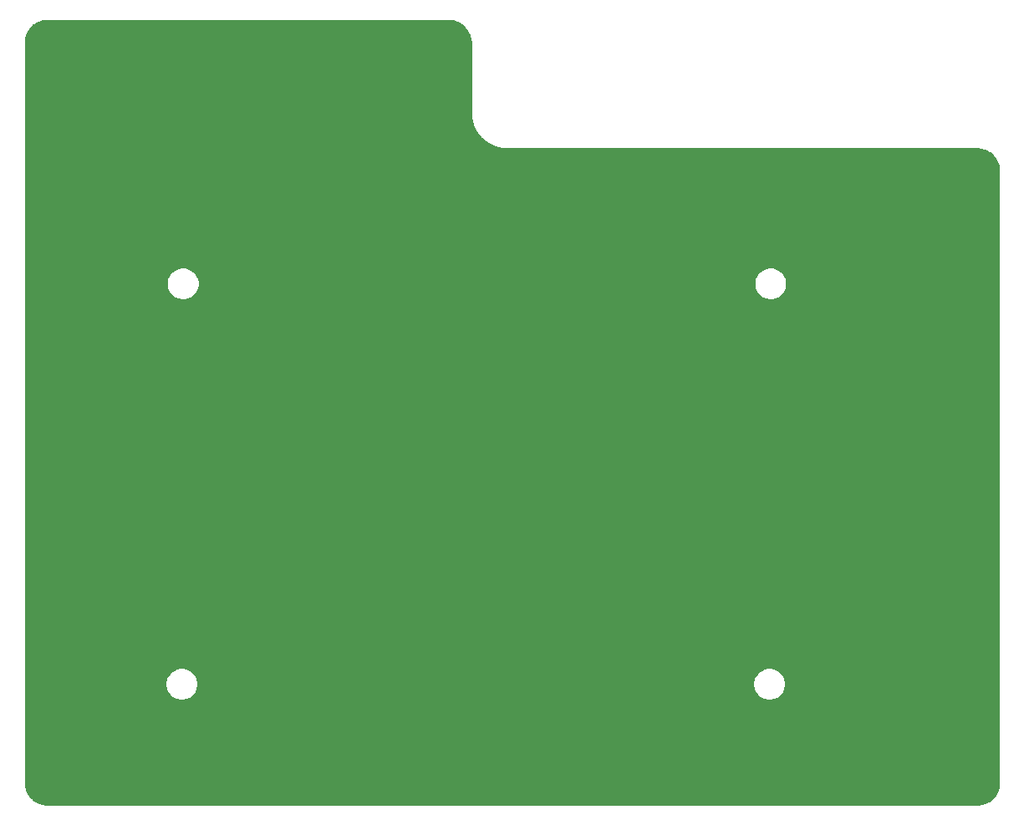
<source format=gtl>
G04 #@! TF.GenerationSoftware,KiCad,Pcbnew,(5.1.4-0-10_14)*
G04 #@! TF.CreationDate,2019-11-24T20:31:42+09:00*
G04 #@! TF.ProjectId,palette1202-OB-back,70616c65-7474-4653-9132-30322d4f422d,rev?*
G04 #@! TF.SameCoordinates,Original*
G04 #@! TF.FileFunction,Copper,L1,Top*
G04 #@! TF.FilePolarity,Positive*
%FSLAX46Y46*%
G04 Gerber Fmt 4.6, Leading zero omitted, Abs format (unit mm)*
G04 Created by KiCad (PCBNEW (5.1.4-0-10_14)) date 2019-11-24 20:31:42*
%MOMM*%
%LPD*%
G04 APERTURE LIST*
%ADD10C,0.254000*%
G04 APERTURE END LIST*
D10*
G36*
X130773681Y-44571973D02*
G01*
X130888078Y-44580484D01*
X131001487Y-44594573D01*
X131113735Y-44614159D01*
X131224639Y-44639168D01*
X131333984Y-44669514D01*
X131441627Y-44705131D01*
X131547339Y-44745931D01*
X131650936Y-44791835D01*
X131752229Y-44842766D01*
X131851008Y-44898633D01*
X131947126Y-44959384D01*
X132040341Y-45024905D01*
X132130506Y-45095149D01*
X132217404Y-45170016D01*
X132282829Y-45232279D01*
X132298746Y-45251674D01*
X132318134Y-45267586D01*
X132380384Y-45333001D01*
X132455260Y-45419916D01*
X132525497Y-45510081D01*
X132591009Y-45603290D01*
X132651751Y-45699403D01*
X132707626Y-45798201D01*
X132758555Y-45899501D01*
X132804464Y-46003119D01*
X132845261Y-46108835D01*
X132880877Y-46216484D01*
X132911227Y-46325854D01*
X132936238Y-46436778D01*
X132955821Y-46549017D01*
X132969910Y-46662448D01*
X132978421Y-46776840D01*
X132980658Y-46867130D01*
X132978200Y-46892088D01*
X132981486Y-46925449D01*
X132981485Y-53872289D01*
X132978200Y-53905642D01*
X132982312Y-53947388D01*
X132984974Y-54054834D01*
X132984572Y-54071640D01*
X132985799Y-54088132D01*
X132986209Y-54104681D01*
X132988272Y-54121379D01*
X132996817Y-54236228D01*
X132997243Y-54252993D01*
X132999291Y-54269481D01*
X133000522Y-54286026D01*
X133003396Y-54302529D01*
X133017516Y-54416200D01*
X133018760Y-54432851D01*
X133021623Y-54449258D01*
X133023677Y-54465797D01*
X133027352Y-54482095D01*
X133046945Y-54594396D01*
X133048999Y-54610929D01*
X133052671Y-54627214D01*
X133055542Y-54643670D01*
X133060002Y-54659729D01*
X133084983Y-54770519D01*
X133087835Y-54786888D01*
X133092311Y-54803019D01*
X133095995Y-54819357D01*
X133101223Y-54835135D01*
X133131503Y-54944258D01*
X133135148Y-54960456D01*
X133140415Y-54976376D01*
X133144897Y-54992527D01*
X133150881Y-55008007D01*
X133186388Y-55115324D01*
X133190814Y-55131310D01*
X133196862Y-55146982D01*
X133202131Y-55162907D01*
X133208852Y-55178051D01*
X133249512Y-55283411D01*
X133254711Y-55299159D01*
X133261519Y-55314525D01*
X133267559Y-55330176D01*
X133275006Y-55344966D01*
X133320759Y-55448231D01*
X133326718Y-55463701D01*
X133334260Y-55478703D01*
X133341059Y-55494048D01*
X133349225Y-55508470D01*
X133400005Y-55609474D01*
X133406716Y-55624644D01*
X133414966Y-55639233D01*
X133422502Y-55654222D01*
X133431378Y-55668253D01*
X133487124Y-55766829D01*
X133494585Y-55781685D01*
X133503528Y-55795835D01*
X133511767Y-55810405D01*
X133521328Y-55824002D01*
X133582001Y-55920008D01*
X133590199Y-55934512D01*
X133599805Y-55948179D01*
X133608728Y-55962299D01*
X133618966Y-55975442D01*
X133684515Y-56068707D01*
X133693442Y-56082832D01*
X133703677Y-56095971D01*
X133713253Y-56109596D01*
X133724154Y-56122258D01*
X133794543Y-56212618D01*
X133804179Y-56226320D01*
X133815011Y-56238895D01*
X133825221Y-56252001D01*
X133836771Y-56264154D01*
X133911932Y-56351403D01*
X133922279Y-56364669D01*
X133933692Y-56376663D01*
X133944487Y-56389194D01*
X133956653Y-56400793D01*
X134030743Y-56478653D01*
X134057368Y-56511096D01*
X134089794Y-56537707D01*
X134167644Y-56611796D01*
X134179239Y-56623959D01*
X134191766Y-56634751D01*
X134203761Y-56646167D01*
X134217028Y-56656516D01*
X134304285Y-56731693D01*
X134316427Y-56743233D01*
X134329518Y-56753432D01*
X134342105Y-56764276D01*
X134355820Y-56773923D01*
X134446166Y-56844308D01*
X134458821Y-56855204D01*
X134472441Y-56864778D01*
X134485588Y-56875020D01*
X134499718Y-56883951D01*
X134592955Y-56949489D01*
X134606114Y-56959740D01*
X134620247Y-56968673D01*
X134633895Y-56978266D01*
X134648384Y-56986457D01*
X134744407Y-57047147D01*
X134757998Y-57056705D01*
X134772561Y-57064942D01*
X134786719Y-57073890D01*
X134801582Y-57081355D01*
X134900140Y-57137098D01*
X134914175Y-57145977D01*
X134929167Y-57153515D01*
X134943750Y-57161763D01*
X134958916Y-57168473D01*
X135059913Y-57219255D01*
X135074348Y-57227430D01*
X135089700Y-57234233D01*
X135104685Y-57241767D01*
X135120150Y-57247725D01*
X135223420Y-57293484D01*
X135238213Y-57300933D01*
X135253869Y-57306976D01*
X135269228Y-57313781D01*
X135284970Y-57318979D01*
X135390326Y-57359641D01*
X135405474Y-57366365D01*
X135421405Y-57371636D01*
X135437069Y-57377682D01*
X135453050Y-57382108D01*
X135560376Y-57417621D01*
X135575846Y-57423601D01*
X135591985Y-57428080D01*
X135607915Y-57433351D01*
X135624124Y-57436999D01*
X135733236Y-57467280D01*
X135749018Y-57472509D01*
X135765347Y-57476191D01*
X135781475Y-57480667D01*
X135797853Y-57483521D01*
X135908648Y-57508505D01*
X135924690Y-57512961D01*
X135941129Y-57515830D01*
X135957437Y-57519507D01*
X135973982Y-57521562D01*
X136086269Y-57541156D01*
X136102566Y-57544831D01*
X136119090Y-57546884D01*
X136135499Y-57549747D01*
X136152163Y-57550992D01*
X136265813Y-57565110D01*
X136282331Y-57567987D01*
X136298892Y-57569219D01*
X136315361Y-57571265D01*
X136332114Y-57571691D01*
X136446966Y-57580236D01*
X136463666Y-57582300D01*
X136480221Y-57582710D01*
X136496709Y-57583937D01*
X136513508Y-57583535D01*
X136573187Y-57585014D01*
X136625189Y-57590136D01*
X136662704Y-57593831D01*
X136696056Y-57590546D01*
X184141962Y-57590546D01*
X184272515Y-57593614D01*
X184393095Y-57602133D01*
X184511694Y-57616136D01*
X184628129Y-57635457D01*
X184742301Y-57659943D01*
X184854102Y-57689444D01*
X184963395Y-57723808D01*
X185070039Y-57762883D01*
X185173917Y-57806524D01*
X185274831Y-57854556D01*
X185372661Y-57906830D01*
X185467272Y-57963199D01*
X185558485Y-58023480D01*
X185646158Y-58087511D01*
X185730139Y-58155122D01*
X185810300Y-58226153D01*
X185886470Y-58300408D01*
X185958544Y-58377744D01*
X186026374Y-58457972D01*
X186089829Y-58540916D01*
X186148805Y-58626426D01*
X186203194Y-58714355D01*
X186252891Y-58804554D01*
X186297795Y-58896886D01*
X186337805Y-58991222D01*
X186372842Y-59087484D01*
X186402811Y-59185601D01*
X186427602Y-59285467D01*
X186447115Y-59387057D01*
X186461233Y-59490361D01*
X186469818Y-59595331D01*
X186472063Y-59677908D01*
X186469685Y-59702052D01*
X186472971Y-59735415D01*
X186472970Y-121792245D01*
X186469685Y-121825598D01*
X186472063Y-121849742D01*
X186469818Y-121932320D01*
X186461233Y-122037288D01*
X186447116Y-122140589D01*
X186427601Y-122242190D01*
X186402812Y-122342045D01*
X186372845Y-122440156D01*
X186337807Y-122536424D01*
X186297792Y-122630768D01*
X186252891Y-122723096D01*
X186203194Y-122813295D01*
X186148805Y-122901224D01*
X186089829Y-122986734D01*
X186026374Y-123069678D01*
X185958544Y-123149906D01*
X185886474Y-123227237D01*
X185810300Y-123301496D01*
X185730141Y-123372525D01*
X185646160Y-123440136D01*
X185558481Y-123504172D01*
X185467280Y-123564446D01*
X185372661Y-123620820D01*
X185274831Y-123673094D01*
X185173917Y-123721126D01*
X185070039Y-123764767D01*
X184963395Y-123803842D01*
X184854110Y-123838203D01*
X184742306Y-123867705D01*
X184628120Y-123892194D01*
X184511695Y-123911514D01*
X184393095Y-123925517D01*
X184272515Y-123934036D01*
X184141962Y-123937104D01*
X90270017Y-123937104D01*
X90139465Y-123934036D01*
X90018888Y-123925517D01*
X89900287Y-123911514D01*
X89783869Y-123892195D01*
X89669683Y-123867706D01*
X89557873Y-123838203D01*
X89448584Y-123803839D01*
X89341937Y-123764764D01*
X89238088Y-123721135D01*
X89137156Y-123673094D01*
X89039327Y-123620820D01*
X88944714Y-123564450D01*
X88853505Y-123504171D01*
X88765823Y-123440132D01*
X88681834Y-123372515D01*
X88601690Y-123301498D01*
X88525504Y-123227227D01*
X88453443Y-123149906D01*
X88385613Y-123069678D01*
X88322159Y-122986737D01*
X88263182Y-122901224D01*
X88208794Y-122813297D01*
X88159099Y-122723104D01*
X88114194Y-122630768D01*
X88074179Y-122536423D01*
X88039135Y-122440139D01*
X88009179Y-122342063D01*
X87984385Y-122242189D01*
X87964870Y-122140591D01*
X87950753Y-122037292D01*
X87942168Y-121932316D01*
X87939922Y-121849738D01*
X87942300Y-121825598D01*
X87939015Y-121792245D01*
X87939015Y-111604242D01*
X102038400Y-111604242D01*
X102038400Y-111936158D01*
X102103154Y-112261696D01*
X102230172Y-112568347D01*
X102414575Y-112844325D01*
X102649275Y-113079025D01*
X102925253Y-113263428D01*
X103231904Y-113390446D01*
X103557442Y-113455200D01*
X103889358Y-113455200D01*
X104214896Y-113390446D01*
X104521547Y-113263428D01*
X104797525Y-113079025D01*
X105032225Y-112844325D01*
X105216628Y-112568347D01*
X105343646Y-112261696D01*
X105408400Y-111936158D01*
X105408400Y-111604242D01*
X161557000Y-111604242D01*
X161557000Y-111936158D01*
X161621754Y-112261696D01*
X161748772Y-112568347D01*
X161933175Y-112844325D01*
X162167875Y-113079025D01*
X162443853Y-113263428D01*
X162750504Y-113390446D01*
X163076042Y-113455200D01*
X163407958Y-113455200D01*
X163733496Y-113390446D01*
X164040147Y-113263428D01*
X164316125Y-113079025D01*
X164550825Y-112844325D01*
X164735228Y-112568347D01*
X164862246Y-112261696D01*
X164927000Y-111936158D01*
X164927000Y-111604242D01*
X164862246Y-111278704D01*
X164735228Y-110972053D01*
X164550825Y-110696075D01*
X164316125Y-110461375D01*
X164040147Y-110276972D01*
X163733496Y-110149954D01*
X163407958Y-110085200D01*
X163076042Y-110085200D01*
X162750504Y-110149954D01*
X162443853Y-110276972D01*
X162167875Y-110461375D01*
X161933175Y-110696075D01*
X161748772Y-110972053D01*
X161621754Y-111278704D01*
X161557000Y-111604242D01*
X105408400Y-111604242D01*
X105343646Y-111278704D01*
X105216628Y-110972053D01*
X105032225Y-110696075D01*
X104797525Y-110461375D01*
X104521547Y-110276972D01*
X104214896Y-110149954D01*
X103889358Y-110085200D01*
X103557442Y-110085200D01*
X103231904Y-110149954D01*
X102925253Y-110276972D01*
X102649275Y-110461375D01*
X102414575Y-110696075D01*
X102230172Y-110972053D01*
X102103154Y-111278704D01*
X102038400Y-111604242D01*
X87939015Y-111604242D01*
X87939015Y-71039642D01*
X102165400Y-71039642D01*
X102165400Y-71371558D01*
X102230154Y-71697096D01*
X102357172Y-72003747D01*
X102541575Y-72279725D01*
X102776275Y-72514425D01*
X103052253Y-72698828D01*
X103358904Y-72825846D01*
X103684442Y-72890600D01*
X104016358Y-72890600D01*
X104341896Y-72825846D01*
X104648547Y-72698828D01*
X104924525Y-72514425D01*
X105159225Y-72279725D01*
X105343628Y-72003747D01*
X105470646Y-71697096D01*
X105535400Y-71371558D01*
X105535400Y-71039642D01*
X161684000Y-71039642D01*
X161684000Y-71371558D01*
X161748754Y-71697096D01*
X161875772Y-72003747D01*
X162060175Y-72279725D01*
X162294875Y-72514425D01*
X162570853Y-72698828D01*
X162877504Y-72825846D01*
X163203042Y-72890600D01*
X163534958Y-72890600D01*
X163860496Y-72825846D01*
X164167147Y-72698828D01*
X164443125Y-72514425D01*
X164677825Y-72279725D01*
X164862228Y-72003747D01*
X164989246Y-71697096D01*
X165054000Y-71371558D01*
X165054000Y-71039642D01*
X164989246Y-70714104D01*
X164862228Y-70407453D01*
X164677825Y-70131475D01*
X164443125Y-69896775D01*
X164167147Y-69712372D01*
X163860496Y-69585354D01*
X163534958Y-69520600D01*
X163203042Y-69520600D01*
X162877504Y-69585354D01*
X162570853Y-69712372D01*
X162294875Y-69896775D01*
X162060175Y-70131475D01*
X161875772Y-70407453D01*
X161748754Y-70714104D01*
X161684000Y-71039642D01*
X105535400Y-71039642D01*
X105470646Y-70714104D01*
X105343628Y-70407453D01*
X105159225Y-70131475D01*
X104924525Y-69896775D01*
X104648547Y-69712372D01*
X104341896Y-69585354D01*
X104016358Y-69520600D01*
X103684442Y-69520600D01*
X103358904Y-69585354D01*
X103052253Y-69712372D01*
X102776275Y-69896775D01*
X102541575Y-70131475D01*
X102357172Y-70407453D01*
X102230154Y-70714104D01*
X102165400Y-71039642D01*
X87939015Y-71039642D01*
X87939015Y-46713768D01*
X87942300Y-46680415D01*
X87939922Y-46656275D01*
X87942168Y-46573696D01*
X87950753Y-46468720D01*
X87964871Y-46365417D01*
X87984384Y-46263824D01*
X88009176Y-46163960D01*
X88039141Y-46065854D01*
X88074180Y-45969586D01*
X88114194Y-45875243D01*
X88159099Y-45782907D01*
X88208794Y-45692714D01*
X88263182Y-45604787D01*
X88322153Y-45519284D01*
X88385615Y-45436331D01*
X88453450Y-45356097D01*
X88525504Y-45278784D01*
X88601690Y-45204513D01*
X88681834Y-45133496D01*
X88765823Y-45065880D01*
X88853512Y-45001835D01*
X88944716Y-44941561D01*
X89039327Y-44885192D01*
X89137156Y-44832918D01*
X89238088Y-44784877D01*
X89341937Y-44741248D01*
X89448580Y-44702174D01*
X89557885Y-44667806D01*
X89669677Y-44638307D01*
X89783860Y-44613819D01*
X89900288Y-44594499D01*
X90018888Y-44580496D01*
X90139465Y-44571977D01*
X90270017Y-44568909D01*
X130650039Y-44568909D01*
X130773681Y-44571973D01*
X130773681Y-44571973D01*
G37*
X130773681Y-44571973D02*
X130888078Y-44580484D01*
X131001487Y-44594573D01*
X131113735Y-44614159D01*
X131224639Y-44639168D01*
X131333984Y-44669514D01*
X131441627Y-44705131D01*
X131547339Y-44745931D01*
X131650936Y-44791835D01*
X131752229Y-44842766D01*
X131851008Y-44898633D01*
X131947126Y-44959384D01*
X132040341Y-45024905D01*
X132130506Y-45095149D01*
X132217404Y-45170016D01*
X132282829Y-45232279D01*
X132298746Y-45251674D01*
X132318134Y-45267586D01*
X132380384Y-45333001D01*
X132455260Y-45419916D01*
X132525497Y-45510081D01*
X132591009Y-45603290D01*
X132651751Y-45699403D01*
X132707626Y-45798201D01*
X132758555Y-45899501D01*
X132804464Y-46003119D01*
X132845261Y-46108835D01*
X132880877Y-46216484D01*
X132911227Y-46325854D01*
X132936238Y-46436778D01*
X132955821Y-46549017D01*
X132969910Y-46662448D01*
X132978421Y-46776840D01*
X132980658Y-46867130D01*
X132978200Y-46892088D01*
X132981486Y-46925449D01*
X132981485Y-53872289D01*
X132978200Y-53905642D01*
X132982312Y-53947388D01*
X132984974Y-54054834D01*
X132984572Y-54071640D01*
X132985799Y-54088132D01*
X132986209Y-54104681D01*
X132988272Y-54121379D01*
X132996817Y-54236228D01*
X132997243Y-54252993D01*
X132999291Y-54269481D01*
X133000522Y-54286026D01*
X133003396Y-54302529D01*
X133017516Y-54416200D01*
X133018760Y-54432851D01*
X133021623Y-54449258D01*
X133023677Y-54465797D01*
X133027352Y-54482095D01*
X133046945Y-54594396D01*
X133048999Y-54610929D01*
X133052671Y-54627214D01*
X133055542Y-54643670D01*
X133060002Y-54659729D01*
X133084983Y-54770519D01*
X133087835Y-54786888D01*
X133092311Y-54803019D01*
X133095995Y-54819357D01*
X133101223Y-54835135D01*
X133131503Y-54944258D01*
X133135148Y-54960456D01*
X133140415Y-54976376D01*
X133144897Y-54992527D01*
X133150881Y-55008007D01*
X133186388Y-55115324D01*
X133190814Y-55131310D01*
X133196862Y-55146982D01*
X133202131Y-55162907D01*
X133208852Y-55178051D01*
X133249512Y-55283411D01*
X133254711Y-55299159D01*
X133261519Y-55314525D01*
X133267559Y-55330176D01*
X133275006Y-55344966D01*
X133320759Y-55448231D01*
X133326718Y-55463701D01*
X133334260Y-55478703D01*
X133341059Y-55494048D01*
X133349225Y-55508470D01*
X133400005Y-55609474D01*
X133406716Y-55624644D01*
X133414966Y-55639233D01*
X133422502Y-55654222D01*
X133431378Y-55668253D01*
X133487124Y-55766829D01*
X133494585Y-55781685D01*
X133503528Y-55795835D01*
X133511767Y-55810405D01*
X133521328Y-55824002D01*
X133582001Y-55920008D01*
X133590199Y-55934512D01*
X133599805Y-55948179D01*
X133608728Y-55962299D01*
X133618966Y-55975442D01*
X133684515Y-56068707D01*
X133693442Y-56082832D01*
X133703677Y-56095971D01*
X133713253Y-56109596D01*
X133724154Y-56122258D01*
X133794543Y-56212618D01*
X133804179Y-56226320D01*
X133815011Y-56238895D01*
X133825221Y-56252001D01*
X133836771Y-56264154D01*
X133911932Y-56351403D01*
X133922279Y-56364669D01*
X133933692Y-56376663D01*
X133944487Y-56389194D01*
X133956653Y-56400793D01*
X134030743Y-56478653D01*
X134057368Y-56511096D01*
X134089794Y-56537707D01*
X134167644Y-56611796D01*
X134179239Y-56623959D01*
X134191766Y-56634751D01*
X134203761Y-56646167D01*
X134217028Y-56656516D01*
X134304285Y-56731693D01*
X134316427Y-56743233D01*
X134329518Y-56753432D01*
X134342105Y-56764276D01*
X134355820Y-56773923D01*
X134446166Y-56844308D01*
X134458821Y-56855204D01*
X134472441Y-56864778D01*
X134485588Y-56875020D01*
X134499718Y-56883951D01*
X134592955Y-56949489D01*
X134606114Y-56959740D01*
X134620247Y-56968673D01*
X134633895Y-56978266D01*
X134648384Y-56986457D01*
X134744407Y-57047147D01*
X134757998Y-57056705D01*
X134772561Y-57064942D01*
X134786719Y-57073890D01*
X134801582Y-57081355D01*
X134900140Y-57137098D01*
X134914175Y-57145977D01*
X134929167Y-57153515D01*
X134943750Y-57161763D01*
X134958916Y-57168473D01*
X135059913Y-57219255D01*
X135074348Y-57227430D01*
X135089700Y-57234233D01*
X135104685Y-57241767D01*
X135120150Y-57247725D01*
X135223420Y-57293484D01*
X135238213Y-57300933D01*
X135253869Y-57306976D01*
X135269228Y-57313781D01*
X135284970Y-57318979D01*
X135390326Y-57359641D01*
X135405474Y-57366365D01*
X135421405Y-57371636D01*
X135437069Y-57377682D01*
X135453050Y-57382108D01*
X135560376Y-57417621D01*
X135575846Y-57423601D01*
X135591985Y-57428080D01*
X135607915Y-57433351D01*
X135624124Y-57436999D01*
X135733236Y-57467280D01*
X135749018Y-57472509D01*
X135765347Y-57476191D01*
X135781475Y-57480667D01*
X135797853Y-57483521D01*
X135908648Y-57508505D01*
X135924690Y-57512961D01*
X135941129Y-57515830D01*
X135957437Y-57519507D01*
X135973982Y-57521562D01*
X136086269Y-57541156D01*
X136102566Y-57544831D01*
X136119090Y-57546884D01*
X136135499Y-57549747D01*
X136152163Y-57550992D01*
X136265813Y-57565110D01*
X136282331Y-57567987D01*
X136298892Y-57569219D01*
X136315361Y-57571265D01*
X136332114Y-57571691D01*
X136446966Y-57580236D01*
X136463666Y-57582300D01*
X136480221Y-57582710D01*
X136496709Y-57583937D01*
X136513508Y-57583535D01*
X136573187Y-57585014D01*
X136625189Y-57590136D01*
X136662704Y-57593831D01*
X136696056Y-57590546D01*
X184141962Y-57590546D01*
X184272515Y-57593614D01*
X184393095Y-57602133D01*
X184511694Y-57616136D01*
X184628129Y-57635457D01*
X184742301Y-57659943D01*
X184854102Y-57689444D01*
X184963395Y-57723808D01*
X185070039Y-57762883D01*
X185173917Y-57806524D01*
X185274831Y-57854556D01*
X185372661Y-57906830D01*
X185467272Y-57963199D01*
X185558485Y-58023480D01*
X185646158Y-58087511D01*
X185730139Y-58155122D01*
X185810300Y-58226153D01*
X185886470Y-58300408D01*
X185958544Y-58377744D01*
X186026374Y-58457972D01*
X186089829Y-58540916D01*
X186148805Y-58626426D01*
X186203194Y-58714355D01*
X186252891Y-58804554D01*
X186297795Y-58896886D01*
X186337805Y-58991222D01*
X186372842Y-59087484D01*
X186402811Y-59185601D01*
X186427602Y-59285467D01*
X186447115Y-59387057D01*
X186461233Y-59490361D01*
X186469818Y-59595331D01*
X186472063Y-59677908D01*
X186469685Y-59702052D01*
X186472971Y-59735415D01*
X186472970Y-121792245D01*
X186469685Y-121825598D01*
X186472063Y-121849742D01*
X186469818Y-121932320D01*
X186461233Y-122037288D01*
X186447116Y-122140589D01*
X186427601Y-122242190D01*
X186402812Y-122342045D01*
X186372845Y-122440156D01*
X186337807Y-122536424D01*
X186297792Y-122630768D01*
X186252891Y-122723096D01*
X186203194Y-122813295D01*
X186148805Y-122901224D01*
X186089829Y-122986734D01*
X186026374Y-123069678D01*
X185958544Y-123149906D01*
X185886474Y-123227237D01*
X185810300Y-123301496D01*
X185730141Y-123372525D01*
X185646160Y-123440136D01*
X185558481Y-123504172D01*
X185467280Y-123564446D01*
X185372661Y-123620820D01*
X185274831Y-123673094D01*
X185173917Y-123721126D01*
X185070039Y-123764767D01*
X184963395Y-123803842D01*
X184854110Y-123838203D01*
X184742306Y-123867705D01*
X184628120Y-123892194D01*
X184511695Y-123911514D01*
X184393095Y-123925517D01*
X184272515Y-123934036D01*
X184141962Y-123937104D01*
X90270017Y-123937104D01*
X90139465Y-123934036D01*
X90018888Y-123925517D01*
X89900287Y-123911514D01*
X89783869Y-123892195D01*
X89669683Y-123867706D01*
X89557873Y-123838203D01*
X89448584Y-123803839D01*
X89341937Y-123764764D01*
X89238088Y-123721135D01*
X89137156Y-123673094D01*
X89039327Y-123620820D01*
X88944714Y-123564450D01*
X88853505Y-123504171D01*
X88765823Y-123440132D01*
X88681834Y-123372515D01*
X88601690Y-123301498D01*
X88525504Y-123227227D01*
X88453443Y-123149906D01*
X88385613Y-123069678D01*
X88322159Y-122986737D01*
X88263182Y-122901224D01*
X88208794Y-122813297D01*
X88159099Y-122723104D01*
X88114194Y-122630768D01*
X88074179Y-122536423D01*
X88039135Y-122440139D01*
X88009179Y-122342063D01*
X87984385Y-122242189D01*
X87964870Y-122140591D01*
X87950753Y-122037292D01*
X87942168Y-121932316D01*
X87939922Y-121849738D01*
X87942300Y-121825598D01*
X87939015Y-121792245D01*
X87939015Y-111604242D01*
X102038400Y-111604242D01*
X102038400Y-111936158D01*
X102103154Y-112261696D01*
X102230172Y-112568347D01*
X102414575Y-112844325D01*
X102649275Y-113079025D01*
X102925253Y-113263428D01*
X103231904Y-113390446D01*
X103557442Y-113455200D01*
X103889358Y-113455200D01*
X104214896Y-113390446D01*
X104521547Y-113263428D01*
X104797525Y-113079025D01*
X105032225Y-112844325D01*
X105216628Y-112568347D01*
X105343646Y-112261696D01*
X105408400Y-111936158D01*
X105408400Y-111604242D01*
X161557000Y-111604242D01*
X161557000Y-111936158D01*
X161621754Y-112261696D01*
X161748772Y-112568347D01*
X161933175Y-112844325D01*
X162167875Y-113079025D01*
X162443853Y-113263428D01*
X162750504Y-113390446D01*
X163076042Y-113455200D01*
X163407958Y-113455200D01*
X163733496Y-113390446D01*
X164040147Y-113263428D01*
X164316125Y-113079025D01*
X164550825Y-112844325D01*
X164735228Y-112568347D01*
X164862246Y-112261696D01*
X164927000Y-111936158D01*
X164927000Y-111604242D01*
X164862246Y-111278704D01*
X164735228Y-110972053D01*
X164550825Y-110696075D01*
X164316125Y-110461375D01*
X164040147Y-110276972D01*
X163733496Y-110149954D01*
X163407958Y-110085200D01*
X163076042Y-110085200D01*
X162750504Y-110149954D01*
X162443853Y-110276972D01*
X162167875Y-110461375D01*
X161933175Y-110696075D01*
X161748772Y-110972053D01*
X161621754Y-111278704D01*
X161557000Y-111604242D01*
X105408400Y-111604242D01*
X105343646Y-111278704D01*
X105216628Y-110972053D01*
X105032225Y-110696075D01*
X104797525Y-110461375D01*
X104521547Y-110276972D01*
X104214896Y-110149954D01*
X103889358Y-110085200D01*
X103557442Y-110085200D01*
X103231904Y-110149954D01*
X102925253Y-110276972D01*
X102649275Y-110461375D01*
X102414575Y-110696075D01*
X102230172Y-110972053D01*
X102103154Y-111278704D01*
X102038400Y-111604242D01*
X87939015Y-111604242D01*
X87939015Y-71039642D01*
X102165400Y-71039642D01*
X102165400Y-71371558D01*
X102230154Y-71697096D01*
X102357172Y-72003747D01*
X102541575Y-72279725D01*
X102776275Y-72514425D01*
X103052253Y-72698828D01*
X103358904Y-72825846D01*
X103684442Y-72890600D01*
X104016358Y-72890600D01*
X104341896Y-72825846D01*
X104648547Y-72698828D01*
X104924525Y-72514425D01*
X105159225Y-72279725D01*
X105343628Y-72003747D01*
X105470646Y-71697096D01*
X105535400Y-71371558D01*
X105535400Y-71039642D01*
X161684000Y-71039642D01*
X161684000Y-71371558D01*
X161748754Y-71697096D01*
X161875772Y-72003747D01*
X162060175Y-72279725D01*
X162294875Y-72514425D01*
X162570853Y-72698828D01*
X162877504Y-72825846D01*
X163203042Y-72890600D01*
X163534958Y-72890600D01*
X163860496Y-72825846D01*
X164167147Y-72698828D01*
X164443125Y-72514425D01*
X164677825Y-72279725D01*
X164862228Y-72003747D01*
X164989246Y-71697096D01*
X165054000Y-71371558D01*
X165054000Y-71039642D01*
X164989246Y-70714104D01*
X164862228Y-70407453D01*
X164677825Y-70131475D01*
X164443125Y-69896775D01*
X164167147Y-69712372D01*
X163860496Y-69585354D01*
X163534958Y-69520600D01*
X163203042Y-69520600D01*
X162877504Y-69585354D01*
X162570853Y-69712372D01*
X162294875Y-69896775D01*
X162060175Y-70131475D01*
X161875772Y-70407453D01*
X161748754Y-70714104D01*
X161684000Y-71039642D01*
X105535400Y-71039642D01*
X105470646Y-70714104D01*
X105343628Y-70407453D01*
X105159225Y-70131475D01*
X104924525Y-69896775D01*
X104648547Y-69712372D01*
X104341896Y-69585354D01*
X104016358Y-69520600D01*
X103684442Y-69520600D01*
X103358904Y-69585354D01*
X103052253Y-69712372D01*
X102776275Y-69896775D01*
X102541575Y-70131475D01*
X102357172Y-70407453D01*
X102230154Y-70714104D01*
X102165400Y-71039642D01*
X87939015Y-71039642D01*
X87939015Y-46713768D01*
X87942300Y-46680415D01*
X87939922Y-46656275D01*
X87942168Y-46573696D01*
X87950753Y-46468720D01*
X87964871Y-46365417D01*
X87984384Y-46263824D01*
X88009176Y-46163960D01*
X88039141Y-46065854D01*
X88074180Y-45969586D01*
X88114194Y-45875243D01*
X88159099Y-45782907D01*
X88208794Y-45692714D01*
X88263182Y-45604787D01*
X88322153Y-45519284D01*
X88385615Y-45436331D01*
X88453450Y-45356097D01*
X88525504Y-45278784D01*
X88601690Y-45204513D01*
X88681834Y-45133496D01*
X88765823Y-45065880D01*
X88853512Y-45001835D01*
X88944716Y-44941561D01*
X89039327Y-44885192D01*
X89137156Y-44832918D01*
X89238088Y-44784877D01*
X89341937Y-44741248D01*
X89448580Y-44702174D01*
X89557885Y-44667806D01*
X89669677Y-44638307D01*
X89783860Y-44613819D01*
X89900288Y-44594499D01*
X90018888Y-44580496D01*
X90139465Y-44571977D01*
X90270017Y-44568909D01*
X130650039Y-44568909D01*
X130773681Y-44571973D01*
M02*

</source>
